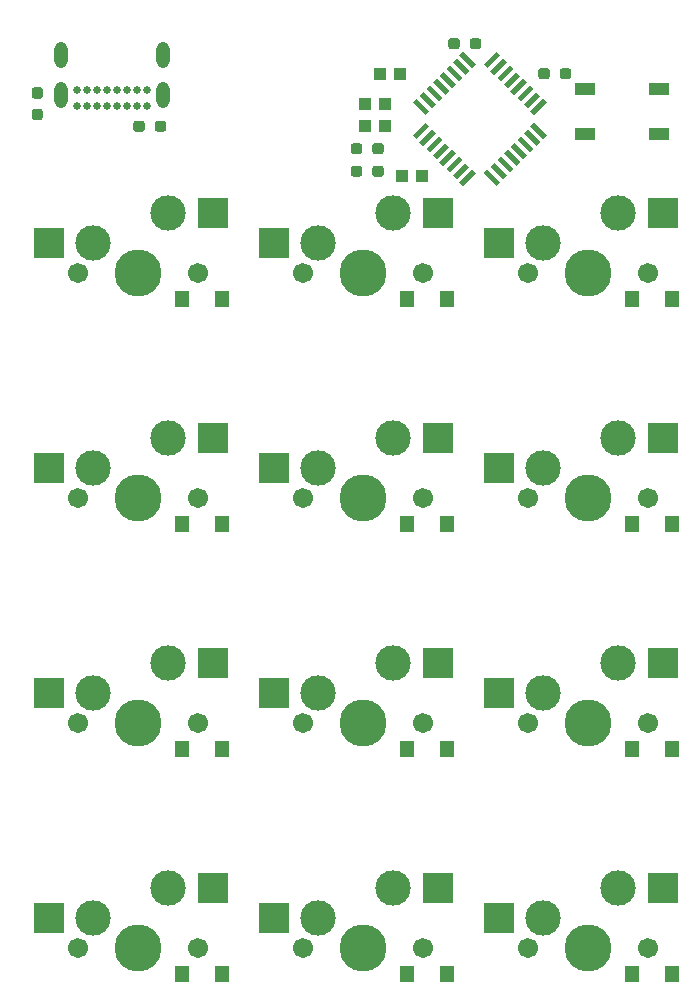
<source format=gbr>
%TF.GenerationSoftware,KiCad,Pcbnew,(5.1.10)-1*%
%TF.CreationDate,2021-10-04T19:32:16-04:00*%
%TF.ProjectId,macropad,6d616372-6f70-4616-942e-6b696361645f,rev?*%
%TF.SameCoordinates,Original*%
%TF.FileFunction,Soldermask,Bot*%
%TF.FilePolarity,Negative*%
%FSLAX46Y46*%
G04 Gerber Fmt 4.6, Leading zero omitted, Abs format (unit mm)*
G04 Created by KiCad (PCBNEW (5.1.10)-1) date 2021-10-04 19:32:16*
%MOMM*%
%LPD*%
G01*
G04 APERTURE LIST*
%ADD10R,1.700000X1.000000*%
%ADD11C,0.100000*%
%ADD12R,2.550000X2.500000*%
%ADD13C,1.701800*%
%ADD14C,3.987800*%
%ADD15C,3.000000*%
%ADD16C,0.650000*%
%ADD17O,1.108000X2.216000*%
%ADD18R,1.200000X1.400000*%
%ADD19R,1.100000X1.100000*%
G04 APERTURE END LIST*
D10*
%TO.C,SW13*%
X184760000Y-62235000D03*
X178460000Y-62235000D03*
X184760000Y-66035000D03*
X178460000Y-66035000D03*
%TD*%
D11*
%TO.C,U1*%
G36*
X173840674Y-64115926D02*
G01*
X174901334Y-63055266D01*
X175219532Y-63373464D01*
X174158872Y-64434124D01*
X173840674Y-64115926D01*
G37*
G36*
X173274988Y-63550241D02*
G01*
X174335648Y-62489581D01*
X174653846Y-62807779D01*
X173593186Y-63868439D01*
X173274988Y-63550241D01*
G37*
G36*
X172709303Y-62984555D02*
G01*
X173769963Y-61923895D01*
X174088161Y-62242093D01*
X173027501Y-63302753D01*
X172709303Y-62984555D01*
G37*
G36*
X172143618Y-62418870D02*
G01*
X173204278Y-61358210D01*
X173522476Y-61676408D01*
X172461816Y-62737068D01*
X172143618Y-62418870D01*
G37*
G36*
X171577932Y-61853184D02*
G01*
X172638592Y-60792524D01*
X172956790Y-61110722D01*
X171896130Y-62171382D01*
X171577932Y-61853184D01*
G37*
G36*
X171012247Y-61287499D02*
G01*
X172072907Y-60226839D01*
X172391105Y-60545037D01*
X171330445Y-61605697D01*
X171012247Y-61287499D01*
G37*
G36*
X170446561Y-60721814D02*
G01*
X171507221Y-59661154D01*
X171825419Y-59979352D01*
X170764759Y-61040012D01*
X170446561Y-60721814D01*
G37*
G36*
X169880876Y-60156128D02*
G01*
X170941536Y-59095468D01*
X171259734Y-59413666D01*
X170199074Y-60474326D01*
X169880876Y-60156128D01*
G37*
G36*
X167830266Y-70126334D02*
G01*
X168890926Y-69065674D01*
X169209124Y-69383872D01*
X168148464Y-70444532D01*
X167830266Y-70126334D01*
G37*
G36*
X167264581Y-69560648D02*
G01*
X168325241Y-68499988D01*
X168643439Y-68818186D01*
X167582779Y-69878846D01*
X167264581Y-69560648D01*
G37*
G36*
X166698895Y-68994963D02*
G01*
X167759555Y-67934303D01*
X168077753Y-68252501D01*
X167017093Y-69313161D01*
X166698895Y-68994963D01*
G37*
G36*
X166133210Y-68429278D02*
G01*
X167193870Y-67368618D01*
X167512068Y-67686816D01*
X166451408Y-68747476D01*
X166133210Y-68429278D01*
G37*
G36*
X165567524Y-67863592D02*
G01*
X166628184Y-66802932D01*
X166946382Y-67121130D01*
X165885722Y-68181790D01*
X165567524Y-67863592D01*
G37*
G36*
X165001839Y-67297907D02*
G01*
X166062499Y-66237247D01*
X166380697Y-66555445D01*
X165320037Y-67616105D01*
X165001839Y-67297907D01*
G37*
G36*
X164436154Y-66732221D02*
G01*
X165496814Y-65671561D01*
X165815012Y-65989759D01*
X164754352Y-67050419D01*
X164436154Y-66732221D01*
G37*
G36*
X163870468Y-66166536D02*
G01*
X164931128Y-65105876D01*
X165249326Y-65424074D01*
X164188666Y-66484734D01*
X163870468Y-66166536D01*
G37*
G36*
X170446561Y-68818186D02*
G01*
X170764759Y-68499988D01*
X171825419Y-69560648D01*
X171507221Y-69878846D01*
X170446561Y-68818186D01*
G37*
G36*
X171012247Y-68252501D02*
G01*
X171330445Y-67934303D01*
X172391105Y-68994963D01*
X172072907Y-69313161D01*
X171012247Y-68252501D01*
G37*
G36*
X171577932Y-67686816D02*
G01*
X171896130Y-67368618D01*
X172956790Y-68429278D01*
X172638592Y-68747476D01*
X171577932Y-67686816D01*
G37*
G36*
X172143618Y-67121130D02*
G01*
X172461816Y-66802932D01*
X173522476Y-67863592D01*
X173204278Y-68181790D01*
X172143618Y-67121130D01*
G37*
G36*
X172709303Y-66555445D02*
G01*
X173027501Y-66237247D01*
X174088161Y-67297907D01*
X173769963Y-67616105D01*
X172709303Y-66555445D01*
G37*
G36*
X173274988Y-65989759D02*
G01*
X173593186Y-65671561D01*
X174653846Y-66732221D01*
X174335648Y-67050419D01*
X173274988Y-65989759D01*
G37*
G36*
X173840674Y-65424074D02*
G01*
X174158872Y-65105876D01*
X175219532Y-66166536D01*
X174901334Y-66484734D01*
X173840674Y-65424074D01*
G37*
G36*
X169880876Y-69383872D02*
G01*
X170199074Y-69065674D01*
X171259734Y-70126334D01*
X170941536Y-70444532D01*
X169880876Y-69383872D01*
G37*
G36*
X163870468Y-63373464D02*
G01*
X164188666Y-63055266D01*
X165249326Y-64115926D01*
X164931128Y-64434124D01*
X163870468Y-63373464D01*
G37*
G36*
X164436154Y-62807779D02*
G01*
X164754352Y-62489581D01*
X165815012Y-63550241D01*
X165496814Y-63868439D01*
X164436154Y-62807779D01*
G37*
G36*
X165001839Y-62242093D02*
G01*
X165320037Y-61923895D01*
X166380697Y-62984555D01*
X166062499Y-63302753D01*
X165001839Y-62242093D01*
G37*
G36*
X165567524Y-61676408D02*
G01*
X165885722Y-61358210D01*
X166946382Y-62418870D01*
X166628184Y-62737068D01*
X165567524Y-61676408D01*
G37*
G36*
X166133210Y-61110722D02*
G01*
X166451408Y-60792524D01*
X167512068Y-61853184D01*
X167193870Y-62171382D01*
X166133210Y-61110722D01*
G37*
G36*
X166698895Y-60545037D02*
G01*
X167017093Y-60226839D01*
X168077753Y-61287499D01*
X167759555Y-61605697D01*
X166698895Y-60545037D01*
G37*
G36*
X167264581Y-59979352D02*
G01*
X167582779Y-59661154D01*
X168643439Y-60721814D01*
X168325241Y-61040012D01*
X167264581Y-59979352D01*
G37*
G36*
X167830266Y-59413666D02*
G01*
X168148464Y-59095468D01*
X169209124Y-60156128D01*
X168890926Y-60474326D01*
X167830266Y-59413666D01*
G37*
%TD*%
D12*
%TO.C,SW12*%
X133092500Y-132397500D03*
D13*
X135572500Y-134937500D03*
X145732500Y-134937500D03*
D14*
X140652500Y-134937500D03*
D15*
X136842500Y-132397500D03*
X143192500Y-129857500D03*
D12*
X146942500Y-129857500D03*
%TD*%
%TO.C,SW11*%
X152142500Y-132397500D03*
D13*
X154622500Y-134937500D03*
X164782500Y-134937500D03*
D14*
X159702500Y-134937500D03*
D15*
X155892500Y-132397500D03*
X162242500Y-129857500D03*
D12*
X165992500Y-129857500D03*
%TD*%
%TO.C,SW10*%
X171192500Y-132397500D03*
D13*
X173672500Y-134937500D03*
X183832500Y-134937500D03*
D14*
X178752500Y-134937500D03*
D15*
X174942500Y-132397500D03*
X181292500Y-129857500D03*
D12*
X185042500Y-129857500D03*
%TD*%
%TO.C,SW9*%
X133092500Y-113347500D03*
D13*
X135572500Y-115887500D03*
X145732500Y-115887500D03*
D14*
X140652500Y-115887500D03*
D15*
X136842500Y-113347500D03*
X143192500Y-110807500D03*
D12*
X146942500Y-110807500D03*
%TD*%
%TO.C,SW8*%
X152142500Y-113347500D03*
D13*
X154622500Y-115887500D03*
X164782500Y-115887500D03*
D14*
X159702500Y-115887500D03*
D15*
X155892500Y-113347500D03*
X162242500Y-110807500D03*
D12*
X165992500Y-110807500D03*
%TD*%
%TO.C,SW7*%
X171192500Y-113347500D03*
D13*
X173672500Y-115887500D03*
X183832500Y-115887500D03*
D14*
X178752500Y-115887500D03*
D15*
X174942500Y-113347500D03*
X181292500Y-110807500D03*
D12*
X185042500Y-110807500D03*
%TD*%
%TO.C,SW6*%
X133092500Y-94297500D03*
D13*
X135572500Y-96837500D03*
X145732500Y-96837500D03*
D14*
X140652500Y-96837500D03*
D15*
X136842500Y-94297500D03*
X143192500Y-91757500D03*
D12*
X146942500Y-91757500D03*
%TD*%
%TO.C,SW5*%
X152142500Y-94297500D03*
D13*
X154622500Y-96837500D03*
X164782500Y-96837500D03*
D14*
X159702500Y-96837500D03*
D15*
X155892500Y-94297500D03*
X162242500Y-91757500D03*
D12*
X165992500Y-91757500D03*
%TD*%
%TO.C,SW4*%
X171192500Y-94297500D03*
D13*
X173672500Y-96837500D03*
X183832500Y-96837500D03*
D14*
X178752500Y-96837500D03*
D15*
X174942500Y-94297500D03*
X181292500Y-91757500D03*
D12*
X185042500Y-91757500D03*
%TD*%
%TO.C,SW3*%
X133092500Y-75247500D03*
D13*
X135572500Y-77787500D03*
X145732500Y-77787500D03*
D14*
X140652500Y-77787500D03*
D15*
X136842500Y-75247500D03*
X143192500Y-72707500D03*
D12*
X146942500Y-72707500D03*
%TD*%
%TO.C,SW2*%
X152142500Y-75247500D03*
D13*
X154622500Y-77787500D03*
X164782500Y-77787500D03*
D14*
X159702500Y-77787500D03*
D15*
X155892500Y-75247500D03*
X162242500Y-72707500D03*
D12*
X165992500Y-72707500D03*
%TD*%
%TO.C,SW1*%
X171192500Y-75247500D03*
D13*
X173672500Y-77787500D03*
X183832500Y-77787500D03*
D14*
X178752500Y-77787500D03*
D15*
X174942500Y-75247500D03*
X181292500Y-72707500D03*
D12*
X185042500Y-72707500D03*
%TD*%
%TO.C,R6*%
G36*
G01*
X176320000Y-61197500D02*
X176320000Y-60722500D01*
G75*
G02*
X176557500Y-60485000I237500J0D01*
G01*
X177057500Y-60485000D01*
G75*
G02*
X177295000Y-60722500I0J-237500D01*
G01*
X177295000Y-61197500D01*
G75*
G02*
X177057500Y-61435000I-237500J0D01*
G01*
X176557500Y-61435000D01*
G75*
G02*
X176320000Y-61197500I0J237500D01*
G01*
G37*
G36*
G01*
X174495000Y-61197500D02*
X174495000Y-60722500D01*
G75*
G02*
X174732500Y-60485000I237500J0D01*
G01*
X175232500Y-60485000D01*
G75*
G02*
X175470000Y-60722500I0J-237500D01*
G01*
X175470000Y-61197500D01*
G75*
G02*
X175232500Y-61435000I-237500J0D01*
G01*
X174732500Y-61435000D01*
G75*
G02*
X174495000Y-61197500I0J237500D01*
G01*
G37*
%TD*%
%TO.C,R5*%
G36*
G01*
X167850000Y-58182500D02*
X167850000Y-58657500D01*
G75*
G02*
X167612500Y-58895000I-237500J0D01*
G01*
X167112500Y-58895000D01*
G75*
G02*
X166875000Y-58657500I0J237500D01*
G01*
X166875000Y-58182500D01*
G75*
G02*
X167112500Y-57945000I237500J0D01*
G01*
X167612500Y-57945000D01*
G75*
G02*
X167850000Y-58182500I0J-237500D01*
G01*
G37*
G36*
G01*
X169675000Y-58182500D02*
X169675000Y-58657500D01*
G75*
G02*
X169437500Y-58895000I-237500J0D01*
G01*
X168937500Y-58895000D01*
G75*
G02*
X168700000Y-58657500I0J237500D01*
G01*
X168700000Y-58182500D01*
G75*
G02*
X168937500Y-57945000I237500J0D01*
G01*
X169437500Y-57945000D01*
G75*
G02*
X169675000Y-58182500I0J-237500D01*
G01*
G37*
%TD*%
%TO.C,R4*%
G36*
G01*
X160445000Y-69452500D02*
X160445000Y-68977500D01*
G75*
G02*
X160682500Y-68740000I237500J0D01*
G01*
X161182500Y-68740000D01*
G75*
G02*
X161420000Y-68977500I0J-237500D01*
G01*
X161420000Y-69452500D01*
G75*
G02*
X161182500Y-69690000I-237500J0D01*
G01*
X160682500Y-69690000D01*
G75*
G02*
X160445000Y-69452500I0J237500D01*
G01*
G37*
G36*
G01*
X158620000Y-69452500D02*
X158620000Y-68977500D01*
G75*
G02*
X158857500Y-68740000I237500J0D01*
G01*
X159357500Y-68740000D01*
G75*
G02*
X159595000Y-68977500I0J-237500D01*
G01*
X159595000Y-69452500D01*
G75*
G02*
X159357500Y-69690000I-237500J0D01*
G01*
X158857500Y-69690000D01*
G75*
G02*
X158620000Y-69452500I0J237500D01*
G01*
G37*
%TD*%
%TO.C,R3*%
G36*
G01*
X160445000Y-67547500D02*
X160445000Y-67072500D01*
G75*
G02*
X160682500Y-66835000I237500J0D01*
G01*
X161182500Y-66835000D01*
G75*
G02*
X161420000Y-67072500I0J-237500D01*
G01*
X161420000Y-67547500D01*
G75*
G02*
X161182500Y-67785000I-237500J0D01*
G01*
X160682500Y-67785000D01*
G75*
G02*
X160445000Y-67547500I0J237500D01*
G01*
G37*
G36*
G01*
X158620000Y-67547500D02*
X158620000Y-67072500D01*
G75*
G02*
X158857500Y-66835000I237500J0D01*
G01*
X159357500Y-66835000D01*
G75*
G02*
X159595000Y-67072500I0J-237500D01*
G01*
X159595000Y-67547500D01*
G75*
G02*
X159357500Y-67785000I-237500J0D01*
G01*
X158857500Y-67785000D01*
G75*
G02*
X158620000Y-67547500I0J237500D01*
G01*
G37*
%TD*%
%TO.C,R2*%
G36*
G01*
X131842500Y-63925000D02*
X132317500Y-63925000D01*
G75*
G02*
X132555000Y-64162500I0J-237500D01*
G01*
X132555000Y-64662500D01*
G75*
G02*
X132317500Y-64900000I-237500J0D01*
G01*
X131842500Y-64900000D01*
G75*
G02*
X131605000Y-64662500I0J237500D01*
G01*
X131605000Y-64162500D01*
G75*
G02*
X131842500Y-63925000I237500J0D01*
G01*
G37*
G36*
G01*
X131842500Y-62100000D02*
X132317500Y-62100000D01*
G75*
G02*
X132555000Y-62337500I0J-237500D01*
G01*
X132555000Y-62837500D01*
G75*
G02*
X132317500Y-63075000I-237500J0D01*
G01*
X131842500Y-63075000D01*
G75*
G02*
X131605000Y-62837500I0J237500D01*
G01*
X131605000Y-62337500D01*
G75*
G02*
X131842500Y-62100000I237500J0D01*
G01*
G37*
%TD*%
%TO.C,R1*%
G36*
G01*
X142030000Y-65642500D02*
X142030000Y-65167500D01*
G75*
G02*
X142267500Y-64930000I237500J0D01*
G01*
X142767500Y-64930000D01*
G75*
G02*
X143005000Y-65167500I0J-237500D01*
G01*
X143005000Y-65642500D01*
G75*
G02*
X142767500Y-65880000I-237500J0D01*
G01*
X142267500Y-65880000D01*
G75*
G02*
X142030000Y-65642500I0J237500D01*
G01*
G37*
G36*
G01*
X140205000Y-65642500D02*
X140205000Y-65167500D01*
G75*
G02*
X140442500Y-64930000I237500J0D01*
G01*
X140942500Y-64930000D01*
G75*
G02*
X141180000Y-65167500I0J-237500D01*
G01*
X141180000Y-65642500D01*
G75*
G02*
X140942500Y-65880000I-237500J0D01*
G01*
X140442500Y-65880000D01*
G75*
G02*
X140205000Y-65642500I0J237500D01*
G01*
G37*
%TD*%
D16*
%TO.C,J1*%
X141405000Y-63715000D03*
X140555000Y-63715000D03*
X139705000Y-63715000D03*
X138855000Y-63715000D03*
X138005000Y-63715000D03*
X137155000Y-63715000D03*
X136305000Y-63715000D03*
X135455000Y-63715000D03*
X135455000Y-62365000D03*
X136305000Y-62365000D03*
X137155000Y-62365000D03*
X138005000Y-62365000D03*
X138855000Y-62365000D03*
X139705000Y-62365000D03*
X140555000Y-62365000D03*
X141405000Y-62365000D03*
D17*
X142755000Y-62735000D03*
X134105000Y-62735000D03*
X134105000Y-59355000D03*
X142755000Y-59355000D03*
%TD*%
D18*
%TO.C,D12*%
X147750000Y-137160000D03*
X144350000Y-137160000D03*
%TD*%
%TO.C,D11*%
X166800000Y-137160000D03*
X163400000Y-137160000D03*
%TD*%
%TO.C,D10*%
X185850000Y-137160000D03*
X182450000Y-137160000D03*
%TD*%
%TO.C,D9*%
X147750000Y-118110000D03*
X144350000Y-118110000D03*
%TD*%
%TO.C,D8*%
X166800000Y-118110000D03*
X163400000Y-118110000D03*
%TD*%
%TO.C,D7*%
X185850000Y-118110000D03*
X182450000Y-118110000D03*
%TD*%
%TO.C,D6*%
X147750000Y-99060000D03*
X144350000Y-99060000D03*
%TD*%
%TO.C,D5*%
X166800000Y-99060000D03*
X163400000Y-99060000D03*
%TD*%
%TO.C,D4*%
X185850000Y-99060000D03*
X182450000Y-99060000D03*
%TD*%
%TO.C,D3*%
X147750000Y-80010000D03*
X144350000Y-80010000D03*
%TD*%
%TO.C,D2*%
X166800000Y-80010000D03*
X163400000Y-80010000D03*
%TD*%
%TO.C,D1*%
X185850000Y-80010000D03*
X182450000Y-80010000D03*
%TD*%
D19*
%TO.C,C4*%
X161075000Y-60960000D03*
X162775000Y-60960000D03*
%TD*%
%TO.C,C3*%
X159805000Y-65405000D03*
X161505000Y-65405000D03*
%TD*%
%TO.C,C2*%
X159805000Y-63500000D03*
X161505000Y-63500000D03*
%TD*%
%TO.C,C1*%
X162980000Y-69596000D03*
X164680000Y-69596000D03*
%TD*%
M02*

</source>
